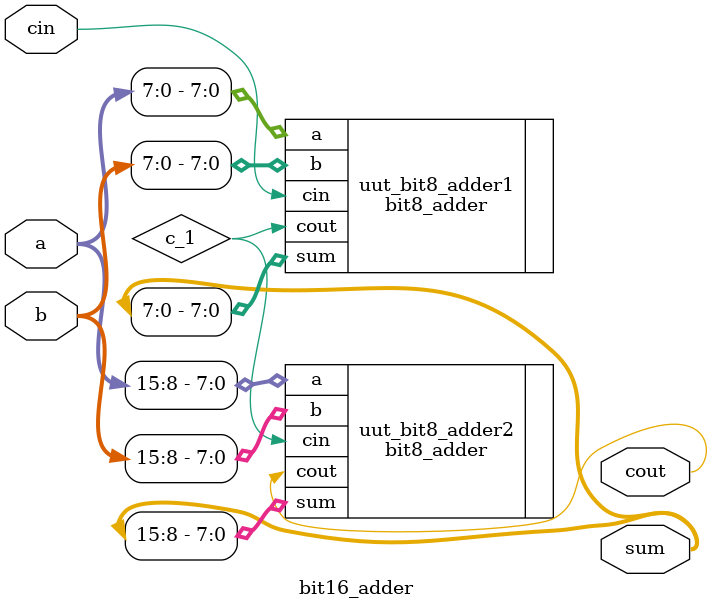
<source format=v>
module bit16_adder(
    input [15:0]a,
    input [15:0]b,
    input cin,
    output [15:0]sum,
    output cout
);
wire c_1;


bit8_adder uut_bit8_adder1 (
    .a(a[7:0]),
    .b(b[7:0]),
    .cin(cin),
    .sum(sum[7:0]),
    .cout(c_1)
);

bit8_adder uut_bit8_adder2 (
    .a(a[15:8]),
    .b(b[15:8]),
    .cin(c_1),
    .sum(sum[15:8]),
    .cout(cout)
);





endmodule
</source>
